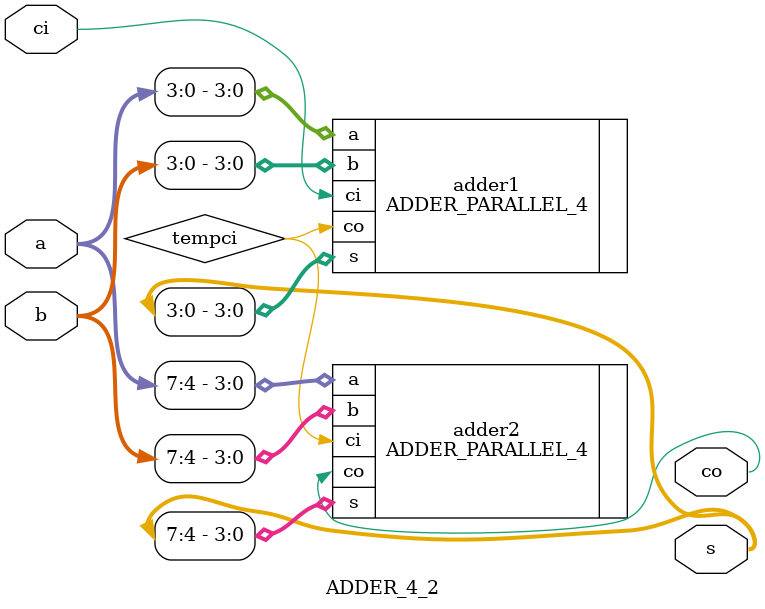
<source format=v>
`timescale 1ns / 1ps
module ADDER_4_2(
    input [7:0]a,
    input [7:0]b,
    input ci,
    output [7:0]s,
    output co
    );
    wire tempci;
    ADDER_PARALLEL_4 adder1(
        .a(a[3:0]),
        .b(b[3:0]),
        .ci(ci),
        .s(s[3:0]),
        .co(tempci)
    );
    ADDER_PARALLEL_4 adder2(
        .a(a[7:4]),
        .b(b[7:4]),
        .ci(tempci),
        .s(s[7:4]),
        .co(co)
    );
endmodule
</source>
